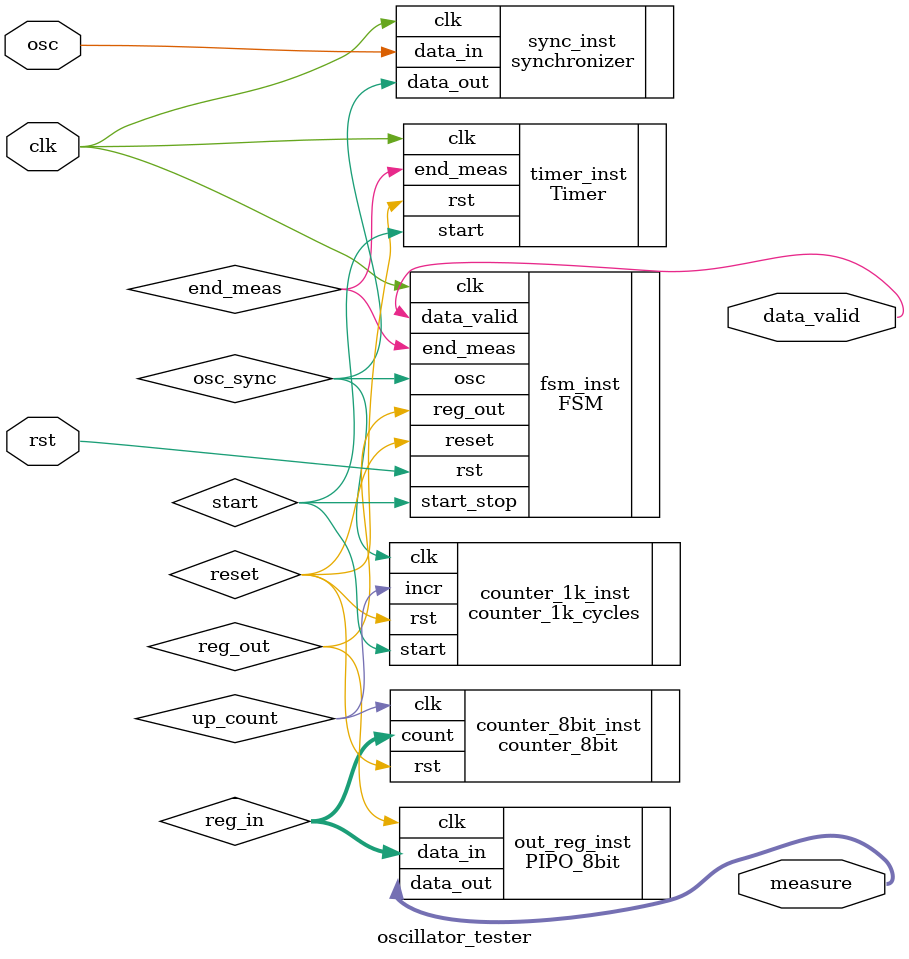
<source format=v>


module oscillator_tester (
    input wire osc,
    input wire clk,
    input wire rst,
    output wire [7:0] measure,
    output wire data_valid
);

wire start, reset, osc_sync, reg_out, up_count, end_meas;
wire [7:0] reg_in;

// Structural description
FSM fsm_inst (
    .osc(osc_sync),
    .rst(rst),
    .clk(clk),
    .end_meas(end_meas),
    .start_stop(start),
    .reset(reset),
    .data_valid(data_valid),
    .reg_out(reg_out)
);

Timer timer_inst (
    .clk(clk),
    .start(start),
    .rst(reset),
    .end_meas(end_meas)
);

synchronizer sync_inst (
    .clk(clk),
    .data_in(osc),
    .data_out(osc_sync)
);

counter_1k_cycles counter_1k_inst (
    .clk(osc_sync),
    .rst(reset),
    .start(start),
    .incr(up_count)
);

counter_8bit counter_8bit_inst (
    .clk(up_count),
    .rst(reset),
    .count(reg_in)
);

PIPO_8bit out_reg_inst (
    .clk(reg_out),
    .data_in(reg_in),
    .data_out(measure)
);

endmodule


</source>
